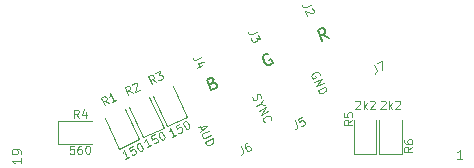
<source format=gbr>
%TF.GenerationSoftware,KiCad,Pcbnew,7.0.10*%
%TF.CreationDate,2024-02-23T21:50:14+01:00*%
%TF.ProjectId,ScartPCB,53636172-7450-4434-922e-6b696361645f,0*%
%TF.SameCoordinates,PX76bb820PY7641700*%
%TF.FileFunction,Legend,Top*%
%TF.FilePolarity,Positive*%
%FSLAX46Y46*%
G04 Gerber Fmt 4.6, Leading zero omitted, Abs format (unit mm)*
G04 Created by KiCad (PCBNEW 7.0.10) date 2024-02-23 21:50:14*
%MOMM*%
%LPD*%
G01*
G04 APERTURE LIST*
%ADD10C,0.100000*%
%ADD11C,0.150000*%
%ADD12C,0.120000*%
G04 APERTURE END LIST*
D10*
X38542571Y5271105D02*
X38085428Y5271105D01*
X38314000Y5271105D02*
X38314000Y6071105D01*
X38314000Y6071105D02*
X38237809Y5956820D01*
X38237809Y5956820D02*
X38161619Y5880629D01*
X38161619Y5880629D02*
X38085428Y5842534D01*
X1213895Y5356619D02*
X1213895Y4899476D01*
X1213895Y5128048D02*
X413895Y5128048D01*
X413895Y5128048D02*
X528180Y5051857D01*
X528180Y5051857D02*
X604371Y4975667D01*
X604371Y4975667D02*
X642466Y4899476D01*
X1213895Y5737572D02*
X1213895Y5889953D01*
X1213895Y5889953D02*
X1175800Y5966143D01*
X1175800Y5966143D02*
X1137704Y6004239D01*
X1137704Y6004239D02*
X1023419Y6080429D01*
X1023419Y6080429D02*
X871038Y6118524D01*
X871038Y6118524D02*
X566276Y6118524D01*
X566276Y6118524D02*
X490085Y6080429D01*
X490085Y6080429D02*
X451990Y6042334D01*
X451990Y6042334D02*
X413895Y5966143D01*
X413895Y5966143D02*
X413895Y5813762D01*
X413895Y5813762D02*
X451990Y5737572D01*
X451990Y5737572D02*
X490085Y5699477D01*
X490085Y5699477D02*
X566276Y5661381D01*
X566276Y5661381D02*
X756752Y5661381D01*
X756752Y5661381D02*
X832942Y5699477D01*
X832942Y5699477D02*
X871038Y5737572D01*
X871038Y5737572D02*
X909133Y5813762D01*
X909133Y5813762D02*
X909133Y5966143D01*
X909133Y5966143D02*
X871038Y6042334D01*
X871038Y6042334D02*
X832942Y6080429D01*
X832942Y6080429D02*
X756752Y6118524D01*
X25734024Y18327645D02*
X25280870Y18116336D01*
X25280870Y18116336D02*
X25176152Y18104284D01*
X25176152Y18104284D02*
X25087557Y18136530D01*
X25087557Y18136530D02*
X25015085Y18213074D01*
X25015085Y18213074D02*
X24986910Y18273494D01*
X25800389Y18027578D02*
X25844687Y18011455D01*
X25844687Y18011455D02*
X25903071Y17965122D01*
X25903071Y17965122D02*
X25973508Y17814071D01*
X25973508Y17814071D02*
X25971472Y17739563D01*
X25971472Y17739563D02*
X25955349Y17695265D01*
X25955349Y17695265D02*
X25909016Y17636881D01*
X25909016Y17636881D02*
X25848595Y17608706D01*
X25848595Y17608706D02*
X25743877Y17596654D01*
X25743877Y17596654D02*
X25212307Y17790130D01*
X25212307Y17790130D02*
X25395441Y17397397D01*
D11*
X27229738Y15514605D02*
X26726389Y15805307D01*
X26711848Y15273109D02*
X26289230Y16179417D01*
X26289230Y16179417D02*
X26634490Y16340414D01*
X26634490Y16340414D02*
X26740930Y16337506D01*
X26740930Y16337506D02*
X26804212Y16314473D01*
X26804212Y16314473D02*
X26887619Y16248283D01*
X26887619Y16248283D02*
X26947993Y16118810D01*
X26947993Y16118810D02*
X26945085Y16012370D01*
X26945085Y16012370D02*
X26922052Y15949088D01*
X26922052Y15949088D02*
X26855861Y15865681D01*
X26855861Y15865681D02*
X26510601Y15704684D01*
D10*
X34314633Y6281334D02*
X33981300Y6048001D01*
X34314633Y5881334D02*
X33614633Y5881334D01*
X33614633Y5881334D02*
X33614633Y6148001D01*
X33614633Y6148001D02*
X33647966Y6214667D01*
X33647966Y6214667D02*
X33681300Y6248001D01*
X33681300Y6248001D02*
X33747966Y6281334D01*
X33747966Y6281334D02*
X33847966Y6281334D01*
X33847966Y6281334D02*
X33914633Y6248001D01*
X33914633Y6248001D02*
X33947966Y6214667D01*
X33947966Y6214667D02*
X33981300Y6148001D01*
X33981300Y6148001D02*
X33981300Y5881334D01*
X33614633Y6881334D02*
X33614633Y6748001D01*
X33614633Y6748001D02*
X33647966Y6681334D01*
X33647966Y6681334D02*
X33681300Y6648001D01*
X33681300Y6648001D02*
X33781300Y6581334D01*
X33781300Y6581334D02*
X33914633Y6548001D01*
X33914633Y6548001D02*
X34181300Y6548001D01*
X34181300Y6548001D02*
X34247966Y6581334D01*
X34247966Y6581334D02*
X34281300Y6614667D01*
X34281300Y6614667D02*
X34314633Y6681334D01*
X34314633Y6681334D02*
X34314633Y6814667D01*
X34314633Y6814667D02*
X34281300Y6881334D01*
X34281300Y6881334D02*
X34247966Y6914667D01*
X34247966Y6914667D02*
X34181300Y6948001D01*
X34181300Y6948001D02*
X34014633Y6948001D01*
X34014633Y6948001D02*
X33947966Y6914667D01*
X33947966Y6914667D02*
X33914633Y6881334D01*
X33914633Y6881334D02*
X33881300Y6814667D01*
X33881300Y6814667D02*
X33881300Y6681334D01*
X33881300Y6681334D02*
X33914633Y6614667D01*
X33914633Y6614667D02*
X33947966Y6581334D01*
X33947966Y6581334D02*
X34014633Y6548001D01*
X31655333Y10141700D02*
X31688666Y10175034D01*
X31688666Y10175034D02*
X31755333Y10208367D01*
X31755333Y10208367D02*
X31922000Y10208367D01*
X31922000Y10208367D02*
X31988666Y10175034D01*
X31988666Y10175034D02*
X32022000Y10141700D01*
X32022000Y10141700D02*
X32055333Y10075034D01*
X32055333Y10075034D02*
X32055333Y10008367D01*
X32055333Y10008367D02*
X32022000Y9908367D01*
X32022000Y9908367D02*
X31622000Y9508367D01*
X31622000Y9508367D02*
X32055333Y9508367D01*
X32355333Y9508367D02*
X32355333Y10208367D01*
X32422000Y9775034D02*
X32622000Y9508367D01*
X32622000Y9975034D02*
X32355333Y9708367D01*
X32888667Y10141700D02*
X32922000Y10175034D01*
X32922000Y10175034D02*
X32988667Y10208367D01*
X32988667Y10208367D02*
X33155334Y10208367D01*
X33155334Y10208367D02*
X33222000Y10175034D01*
X33222000Y10175034D02*
X33255334Y10141700D01*
X33255334Y10141700D02*
X33288667Y10075034D01*
X33288667Y10075034D02*
X33288667Y10008367D01*
X33288667Y10008367D02*
X33255334Y9908367D01*
X33255334Y9908367D02*
X32855334Y9508367D01*
X32855334Y9508367D02*
X33288667Y9508367D01*
X24352355Y8550025D02*
X24563664Y8096871D01*
X24563664Y8096871D02*
X24575716Y7992153D01*
X24575716Y7992153D02*
X24543470Y7903558D01*
X24543470Y7903558D02*
X24466926Y7831086D01*
X24466926Y7831086D02*
X24406506Y7802911D01*
X24956560Y8831771D02*
X24654457Y8690898D01*
X24654457Y8690898D02*
X24765120Y8374708D01*
X24765120Y8374708D02*
X24781243Y8419005D01*
X24781243Y8419005D02*
X24827576Y8477390D01*
X24827576Y8477390D02*
X24978627Y8547827D01*
X24978627Y8547827D02*
X25053135Y8545791D01*
X25053135Y8545791D02*
X25097433Y8529668D01*
X25097433Y8529668D02*
X25155818Y8483335D01*
X25155818Y8483335D02*
X25226254Y8332283D01*
X25226254Y8332283D02*
X25224218Y8257776D01*
X25224218Y8257776D02*
X25208095Y8213478D01*
X25208095Y8213478D02*
X25161762Y8155093D01*
X25161762Y8155093D02*
X25010711Y8084657D01*
X25010711Y8084657D02*
X24936203Y8086693D01*
X24936203Y8086693D02*
X24891905Y8102816D01*
X20777244Y10555102D02*
X20789296Y10450384D01*
X20789296Y10450384D02*
X20859732Y10299333D01*
X20859732Y10299333D02*
X20918117Y10252999D01*
X20918117Y10252999D02*
X20962415Y10236876D01*
X20962415Y10236876D02*
X21036922Y10234841D01*
X21036922Y10234841D02*
X21097343Y10263015D01*
X21097343Y10263015D02*
X21143676Y10321400D01*
X21143676Y10321400D02*
X21159799Y10365698D01*
X21159799Y10365698D02*
X21161835Y10440205D01*
X21161835Y10440205D02*
X21135696Y10575134D01*
X21135696Y10575134D02*
X21137732Y10649641D01*
X21137732Y10649641D02*
X21153855Y10693939D01*
X21153855Y10693939D02*
X21200188Y10752324D01*
X21200188Y10752324D02*
X21260608Y10780498D01*
X21260608Y10780498D02*
X21335116Y10778463D01*
X21335116Y10778463D02*
X21379414Y10762340D01*
X21379414Y10762340D02*
X21437799Y10716006D01*
X21437799Y10716006D02*
X21508235Y10564955D01*
X21508235Y10564955D02*
X21520287Y10460237D01*
X21401319Y9926631D02*
X21099216Y9785758D01*
X21635021Y10293063D02*
X21401319Y9926631D01*
X21401319Y9926631D02*
X21832242Y9870119D01*
X21296438Y9362814D02*
X21930853Y9658647D01*
X21930853Y9658647D02*
X21465485Y9000291D01*
X21465485Y9000291D02*
X22099901Y9296124D01*
X21835826Y8363840D02*
X21791528Y8379963D01*
X21791528Y8379963D02*
X21719056Y8456507D01*
X21719056Y8456507D02*
X21690882Y8516927D01*
X21690882Y8516927D02*
X21678830Y8621645D01*
X21678830Y8621645D02*
X21711076Y8710240D01*
X21711076Y8710240D02*
X21757409Y8768625D01*
X21757409Y8768625D02*
X21864163Y8855185D01*
X21864163Y8855185D02*
X21954794Y8897446D01*
X21954794Y8897446D02*
X22089722Y8923585D01*
X22089722Y8923585D02*
X22164230Y8921550D01*
X22164230Y8921550D02*
X22252825Y8889304D01*
X22252825Y8889304D02*
X22325297Y8812760D01*
X22325297Y8812760D02*
X22353472Y8752340D01*
X22353472Y8752340D02*
X22365523Y8647622D01*
X22365523Y8647622D02*
X22349400Y8603324D01*
X29234633Y8567334D02*
X28901300Y8334001D01*
X29234633Y8167334D02*
X28534633Y8167334D01*
X28534633Y8167334D02*
X28534633Y8434001D01*
X28534633Y8434001D02*
X28567966Y8500667D01*
X28567966Y8500667D02*
X28601300Y8534001D01*
X28601300Y8534001D02*
X28667966Y8567334D01*
X28667966Y8567334D02*
X28767966Y8567334D01*
X28767966Y8567334D02*
X28834633Y8534001D01*
X28834633Y8534001D02*
X28867966Y8500667D01*
X28867966Y8500667D02*
X28901300Y8434001D01*
X28901300Y8434001D02*
X28901300Y8167334D01*
X28534633Y9200667D02*
X28534633Y8867334D01*
X28534633Y8867334D02*
X28867966Y8834001D01*
X28867966Y8834001D02*
X28834633Y8867334D01*
X28834633Y8867334D02*
X28801300Y8934001D01*
X28801300Y8934001D02*
X28801300Y9100667D01*
X28801300Y9100667D02*
X28834633Y9167334D01*
X28834633Y9167334D02*
X28867966Y9200667D01*
X28867966Y9200667D02*
X28934633Y9234001D01*
X28934633Y9234001D02*
X29101300Y9234001D01*
X29101300Y9234001D02*
X29167966Y9200667D01*
X29167966Y9200667D02*
X29201300Y9167334D01*
X29201300Y9167334D02*
X29234633Y9100667D01*
X29234633Y9100667D02*
X29234633Y8934001D01*
X29234633Y8934001D02*
X29201300Y8867334D01*
X29201300Y8867334D02*
X29167966Y8834001D01*
X29496333Y10141700D02*
X29529666Y10175034D01*
X29529666Y10175034D02*
X29596333Y10208367D01*
X29596333Y10208367D02*
X29763000Y10208367D01*
X29763000Y10208367D02*
X29829666Y10175034D01*
X29829666Y10175034D02*
X29863000Y10141700D01*
X29863000Y10141700D02*
X29896333Y10075034D01*
X29896333Y10075034D02*
X29896333Y10008367D01*
X29896333Y10008367D02*
X29863000Y9908367D01*
X29863000Y9908367D02*
X29463000Y9508367D01*
X29463000Y9508367D02*
X29896333Y9508367D01*
X30196333Y9508367D02*
X30196333Y10208367D01*
X30263000Y9775034D02*
X30463000Y9508367D01*
X30463000Y9975034D02*
X30196333Y9708367D01*
X30729667Y10141700D02*
X30763000Y10175034D01*
X30763000Y10175034D02*
X30829667Y10208367D01*
X30829667Y10208367D02*
X30996334Y10208367D01*
X30996334Y10208367D02*
X31063000Y10175034D01*
X31063000Y10175034D02*
X31096334Y10141700D01*
X31096334Y10141700D02*
X31129667Y10075034D01*
X31129667Y10075034D02*
X31129667Y10008367D01*
X31129667Y10008367D02*
X31096334Y9908367D01*
X31096334Y9908367D02*
X30696334Y9508367D01*
X30696334Y9508367D02*
X31129667Y9508367D01*
X21162024Y16041645D02*
X20708870Y15830336D01*
X20708870Y15830336D02*
X20604152Y15818284D01*
X20604152Y15818284D02*
X20515557Y15850530D01*
X20515557Y15850530D02*
X20443085Y15927074D01*
X20443085Y15927074D02*
X20414910Y15987494D01*
X21274722Y15799963D02*
X21457857Y15407230D01*
X21457857Y15407230D02*
X21117564Y15506003D01*
X21117564Y15506003D02*
X21159826Y15415373D01*
X21159826Y15415373D02*
X21157790Y15340865D01*
X21157790Y15340865D02*
X21141667Y15296567D01*
X21141667Y15296567D02*
X21095334Y15238182D01*
X21095334Y15238182D02*
X20944282Y15167746D01*
X20944282Y15167746D02*
X20869775Y15169782D01*
X20869775Y15169782D02*
X20825477Y15185905D01*
X20825477Y15185905D02*
X20767092Y15232238D01*
X20767092Y15232238D02*
X20682569Y15413499D01*
X20682569Y15413499D02*
X20684604Y15488007D01*
X20684604Y15488007D02*
X20700727Y15532305D01*
D11*
X22085087Y14198630D02*
X21978647Y14201539D01*
X21978647Y14201539D02*
X21849175Y14141165D01*
X21849175Y14141165D02*
X21739827Y14037633D01*
X21739827Y14037633D02*
X21693761Y13911069D01*
X21693761Y13911069D02*
X21690853Y13804629D01*
X21690853Y13804629D02*
X21728194Y13611874D01*
X21728194Y13611874D02*
X21788568Y13482402D01*
X21788568Y13482402D02*
X21912225Y13329896D01*
X21912225Y13329896D02*
X21995631Y13263706D01*
X21995631Y13263706D02*
X22122196Y13217640D01*
X22122196Y13217640D02*
X22271793Y13234857D01*
X22271793Y13234857D02*
X22358108Y13275106D01*
X22358108Y13275106D02*
X22467456Y13378638D01*
X22467456Y13378638D02*
X22490489Y13441920D01*
X22490489Y13441920D02*
X22349616Y13744022D01*
X22349616Y13744022D02*
X22176986Y13663524D01*
D10*
X10627372Y10869810D02*
X10275028Y11073302D01*
X10264849Y10700763D02*
X9969016Y11335178D01*
X9969016Y11335178D02*
X10210698Y11447877D01*
X10210698Y11447877D02*
X10285206Y11445841D01*
X10285206Y11445841D02*
X10329504Y11429718D01*
X10329504Y11429718D02*
X10387888Y11383385D01*
X10387888Y11383385D02*
X10430150Y11292754D01*
X10430150Y11292754D02*
X10428115Y11218246D01*
X10428115Y11218246D02*
X10411992Y11173949D01*
X10411992Y11173949D02*
X10365658Y11115564D01*
X10365658Y11115564D02*
X10123976Y11002866D01*
X10601396Y11556503D02*
X10617519Y11600801D01*
X10617519Y11600801D02*
X10663852Y11659186D01*
X10663852Y11659186D02*
X10814904Y11729622D01*
X10814904Y11729622D02*
X10889411Y11727586D01*
X10889411Y11727586D02*
X10933709Y11711463D01*
X10933709Y11711463D02*
X10992094Y11665130D01*
X10992094Y11665130D02*
X11020268Y11604710D01*
X11020268Y11604710D02*
X11032320Y11499992D01*
X11032320Y11499992D02*
X10838844Y10968421D01*
X10838844Y10968421D02*
X11231577Y11151556D01*
X12215164Y6452859D02*
X11852641Y6283811D01*
X12033903Y6368335D02*
X11738070Y7002751D01*
X11738070Y7002751D02*
X11719911Y6883945D01*
X11719911Y6883945D02*
X11687665Y6795350D01*
X11687665Y6795350D02*
X11641332Y6736965D01*
X12493327Y7354933D02*
X12191224Y7214060D01*
X12191224Y7214060D02*
X12301886Y6897870D01*
X12301886Y6897870D02*
X12318009Y6942168D01*
X12318009Y6942168D02*
X12364343Y7000552D01*
X12364343Y7000552D02*
X12515394Y7070989D01*
X12515394Y7070989D02*
X12589902Y7068953D01*
X12589902Y7068953D02*
X12634199Y7052830D01*
X12634199Y7052830D02*
X12692584Y7006497D01*
X12692584Y7006497D02*
X12763021Y6855445D01*
X12763021Y6855445D02*
X12760985Y6780938D01*
X12760985Y6780938D02*
X12744862Y6736640D01*
X12744862Y6736640D02*
X12698529Y6678255D01*
X12698529Y6678255D02*
X12547477Y6607819D01*
X12547477Y6607819D02*
X12472969Y6609855D01*
X12472969Y6609855D02*
X12428672Y6625978D01*
X12916271Y7552155D02*
X12976691Y7580329D01*
X12976691Y7580329D02*
X13051199Y7578293D01*
X13051199Y7578293D02*
X13095496Y7562170D01*
X13095496Y7562170D02*
X13153881Y7515837D01*
X13153881Y7515837D02*
X13240441Y7409083D01*
X13240441Y7409083D02*
X13310877Y7258032D01*
X13310877Y7258032D02*
X13337016Y7123104D01*
X13337016Y7123104D02*
X13334980Y7048596D01*
X13334980Y7048596D02*
X13318857Y7004299D01*
X13318857Y7004299D02*
X13272524Y6945914D01*
X13272524Y6945914D02*
X13212103Y6917739D01*
X13212103Y6917739D02*
X13137596Y6919775D01*
X13137596Y6919775D02*
X13093298Y6935898D01*
X13093298Y6935898D02*
X13034913Y6982231D01*
X13034913Y6982231D02*
X12948354Y7088985D01*
X12948354Y7088985D02*
X12877917Y7240036D01*
X12877917Y7240036D02*
X12851779Y7374964D01*
X12851779Y7374964D02*
X12853814Y7449472D01*
X12853814Y7449472D02*
X12869937Y7493770D01*
X12869937Y7493770D02*
X12916271Y7552155D01*
X19780355Y6391025D02*
X19991664Y5937871D01*
X19991664Y5937871D02*
X20003716Y5833153D01*
X20003716Y5833153D02*
X19971470Y5744558D01*
X19971470Y5744558D02*
X19894926Y5672086D01*
X19894926Y5672086D02*
X19834506Y5643911D01*
X20354350Y6658683D02*
X20233509Y6602334D01*
X20233509Y6602334D02*
X20187176Y6543949D01*
X20187176Y6543949D02*
X20171053Y6499652D01*
X20171053Y6499652D02*
X20152894Y6380846D01*
X20152894Y6380846D02*
X20179033Y6245918D01*
X20179033Y6245918D02*
X20291731Y6004236D01*
X20291731Y6004236D02*
X20350116Y5957903D01*
X20350116Y5957903D02*
X20394413Y5941780D01*
X20394413Y5941780D02*
X20468921Y5939744D01*
X20468921Y5939744D02*
X20589762Y5996093D01*
X20589762Y5996093D02*
X20636095Y6054478D01*
X20636095Y6054478D02*
X20652218Y6098776D01*
X20652218Y6098776D02*
X20654254Y6173283D01*
X20654254Y6173283D02*
X20583818Y6324335D01*
X20583818Y6324335D02*
X20525433Y6370668D01*
X20525433Y6370668D02*
X20481135Y6386791D01*
X20481135Y6386791D02*
X20406627Y6388827D01*
X20406627Y6388827D02*
X20285786Y6332478D01*
X20285786Y6332478D02*
X20239453Y6274093D01*
X20239453Y6274093D02*
X20223330Y6229795D01*
X20223330Y6229795D02*
X20221295Y6155287D01*
X16370169Y8037435D02*
X16511041Y7735333D01*
X16160733Y8013332D02*
X16893759Y8097693D01*
X16893759Y8097693D02*
X16357954Y7590388D01*
X17090981Y7674749D02*
X16577406Y7435266D01*
X16577406Y7435266D02*
X16531073Y7376881D01*
X16531073Y7376881D02*
X16514950Y7332583D01*
X16514950Y7332583D02*
X16512914Y7258076D01*
X16512914Y7258076D02*
X16569264Y7137235D01*
X16569264Y7137235D02*
X16627648Y7090901D01*
X16627648Y7090901D02*
X16671946Y7074778D01*
X16671946Y7074778D02*
X16746454Y7072743D01*
X16746454Y7072743D02*
X17260028Y7312226D01*
X16766485Y6714291D02*
X17400901Y7010124D01*
X17400901Y7010124D02*
X17471337Y6859073D01*
X17471337Y6859073D02*
X17483389Y6754355D01*
X17483389Y6754355D02*
X17451143Y6665760D01*
X17451143Y6665760D02*
X17404809Y6607375D01*
X17404809Y6607375D02*
X17298056Y6520815D01*
X17298056Y6520815D02*
X17207425Y6478554D01*
X17207425Y6478554D02*
X17072497Y6452415D01*
X17072497Y6452415D02*
X16997989Y6454450D01*
X16997989Y6454450D02*
X16909394Y6486696D01*
X16909394Y6486696D02*
X16836922Y6563240D01*
X16836922Y6563240D02*
X16766485Y6714291D01*
X16463024Y13882645D02*
X16009870Y13671336D01*
X16009870Y13671336D02*
X15905152Y13659284D01*
X15905152Y13659284D02*
X15816557Y13691530D01*
X15816557Y13691530D02*
X15744085Y13768074D01*
X15744085Y13768074D02*
X15715910Y13828494D01*
X16519210Y13210039D02*
X16096267Y13012817D01*
X16690456Y13473789D02*
X16166866Y13413531D01*
X16166866Y13413531D02*
X16350000Y13020798D01*
D11*
X17394579Y11697714D02*
X17544176Y11714931D01*
X17544176Y11714931D02*
X17607459Y11691898D01*
X17607459Y11691898D02*
X17690865Y11625707D01*
X17690865Y11625707D02*
X17751239Y11496235D01*
X17751239Y11496235D02*
X17748331Y11389795D01*
X17748331Y11389795D02*
X17725298Y11326513D01*
X17725298Y11326513D02*
X17659108Y11243106D01*
X17659108Y11243106D02*
X17313848Y11082109D01*
X17313848Y11082109D02*
X16891230Y11988417D01*
X16891230Y11988417D02*
X17193332Y12129289D01*
X17193332Y12129289D02*
X17299772Y12126381D01*
X17299772Y12126381D02*
X17363054Y12103348D01*
X17363054Y12103348D02*
X17446461Y12037158D01*
X17446461Y12037158D02*
X17486710Y11950843D01*
X17486710Y11950843D02*
X17483802Y11844403D01*
X17483802Y11844403D02*
X17460769Y11781121D01*
X17460769Y11781121D02*
X17394579Y11697714D01*
X17394579Y11697714D02*
X17092477Y11556841D01*
D10*
X8634194Y9996914D02*
X8281850Y10200406D01*
X8271671Y9827867D02*
X7975838Y10462282D01*
X7975838Y10462282D02*
X8217520Y10574981D01*
X8217520Y10574981D02*
X8292028Y10572945D01*
X8292028Y10572945D02*
X8336326Y10556822D01*
X8336326Y10556822D02*
X8394710Y10510489D01*
X8394710Y10510489D02*
X8436972Y10419858D01*
X8436972Y10419858D02*
X8434937Y10345350D01*
X8434937Y10345350D02*
X8418814Y10301053D01*
X8418814Y10301053D02*
X8372480Y10242668D01*
X8372480Y10242668D02*
X8130798Y10129970D01*
X9238399Y10278660D02*
X8875876Y10109613D01*
X9057138Y10194136D02*
X8761305Y10828552D01*
X8761305Y10828552D02*
X8743146Y10709746D01*
X8743146Y10709746D02*
X8710900Y10621151D01*
X8710900Y10621151D02*
X8664567Y10562766D01*
X10362348Y5483929D02*
X9999825Y5314881D01*
X10181087Y5399405D02*
X9885254Y6033821D01*
X9885254Y6033821D02*
X9867095Y5915015D01*
X9867095Y5915015D02*
X9834849Y5826420D01*
X9834849Y5826420D02*
X9788516Y5768035D01*
X10640511Y6386003D02*
X10338408Y6245130D01*
X10338408Y6245130D02*
X10449070Y5928940D01*
X10449070Y5928940D02*
X10465193Y5973238D01*
X10465193Y5973238D02*
X10511527Y6031622D01*
X10511527Y6031622D02*
X10662578Y6102059D01*
X10662578Y6102059D02*
X10737086Y6100023D01*
X10737086Y6100023D02*
X10781383Y6083900D01*
X10781383Y6083900D02*
X10839768Y6037567D01*
X10839768Y6037567D02*
X10910205Y5886515D01*
X10910205Y5886515D02*
X10908169Y5812008D01*
X10908169Y5812008D02*
X10892046Y5767710D01*
X10892046Y5767710D02*
X10845713Y5709325D01*
X10845713Y5709325D02*
X10694661Y5638889D01*
X10694661Y5638889D02*
X10620153Y5640925D01*
X10620153Y5640925D02*
X10575856Y5657048D01*
X11063455Y6583225D02*
X11123875Y6611399D01*
X11123875Y6611399D02*
X11198383Y6609363D01*
X11198383Y6609363D02*
X11242680Y6593240D01*
X11242680Y6593240D02*
X11301065Y6546907D01*
X11301065Y6546907D02*
X11387625Y6440153D01*
X11387625Y6440153D02*
X11458061Y6289102D01*
X11458061Y6289102D02*
X11484200Y6154174D01*
X11484200Y6154174D02*
X11482164Y6079666D01*
X11482164Y6079666D02*
X11466041Y6035369D01*
X11466041Y6035369D02*
X11419708Y5976984D01*
X11419708Y5976984D02*
X11359287Y5948809D01*
X11359287Y5948809D02*
X11284780Y5950845D01*
X11284780Y5950845D02*
X11240482Y5966968D01*
X11240482Y5966968D02*
X11182097Y6013301D01*
X11182097Y6013301D02*
X11095538Y6120055D01*
X11095538Y6120055D02*
X11025101Y6271106D01*
X11025101Y6271106D02*
X10998963Y6406034D01*
X10998963Y6406034D02*
X11000998Y6480542D01*
X11000998Y6480542D02*
X11017121Y6524840D01*
X11017121Y6524840D02*
X11063455Y6583225D01*
X31083355Y13249025D02*
X31294664Y12795871D01*
X31294664Y12795871D02*
X31306716Y12691153D01*
X31306716Y12691153D02*
X31274470Y12602558D01*
X31274470Y12602558D02*
X31197926Y12530086D01*
X31197926Y12530086D02*
X31137506Y12501911D01*
X31325037Y13361723D02*
X31747981Y13558945D01*
X31747981Y13558945D02*
X31771921Y12797744D01*
X26466029Y12362449D02*
X26468064Y12436957D01*
X26468064Y12436957D02*
X26425803Y12527588D01*
X26425803Y12527588D02*
X26353330Y12604131D01*
X26353330Y12604131D02*
X26264735Y12636377D01*
X26264735Y12636377D02*
X26190228Y12638413D01*
X26190228Y12638413D02*
X26055299Y12612274D01*
X26055299Y12612274D02*
X25964669Y12570012D01*
X25964669Y12570012D02*
X25857915Y12483453D01*
X25857915Y12483453D02*
X25811582Y12425068D01*
X25811582Y12425068D02*
X25779336Y12336473D01*
X25779336Y12336473D02*
X25791387Y12231755D01*
X25791387Y12231755D02*
X25819562Y12171335D01*
X25819562Y12171335D02*
X25892034Y12094791D01*
X25892034Y12094791D02*
X25936331Y12078668D01*
X25936331Y12078668D02*
X26147803Y12177279D01*
X26147803Y12177279D02*
X26091454Y12298120D01*
X26002696Y11778601D02*
X26637112Y12074434D01*
X26637112Y12074434D02*
X26171744Y11416078D01*
X26171744Y11416078D02*
X26806159Y11711911D01*
X26312616Y11113976D02*
X26947032Y11409809D01*
X26947032Y11409809D02*
X27017468Y11258757D01*
X27017468Y11258757D02*
X27029520Y11154039D01*
X27029520Y11154039D02*
X26997274Y11065444D01*
X26997274Y11065444D02*
X26950940Y11007059D01*
X26950940Y11007059D02*
X26844187Y10920500D01*
X26844187Y10920500D02*
X26753556Y10878238D01*
X26753556Y10878238D02*
X26618628Y10852099D01*
X26618628Y10852099D02*
X26544120Y10854135D01*
X26544120Y10854135D02*
X26455525Y10886381D01*
X26455525Y10886381D02*
X26383053Y10962924D01*
X26383053Y10962924D02*
X26312616Y11113976D01*
X6066333Y8746367D02*
X5833000Y9079700D01*
X5666333Y8746367D02*
X5666333Y9446367D01*
X5666333Y9446367D02*
X5933000Y9446367D01*
X5933000Y9446367D02*
X5999667Y9413034D01*
X5999667Y9413034D02*
X6033000Y9379700D01*
X6033000Y9379700D02*
X6066333Y9313034D01*
X6066333Y9313034D02*
X6066333Y9213034D01*
X6066333Y9213034D02*
X6033000Y9146367D01*
X6033000Y9146367D02*
X5999667Y9113034D01*
X5999667Y9113034D02*
X5933000Y9079700D01*
X5933000Y9079700D02*
X5666333Y9079700D01*
X6666333Y9213034D02*
X6666333Y8746367D01*
X6499667Y9479700D02*
X6333000Y8979700D01*
X6333000Y8979700D02*
X6766333Y8979700D01*
X5665000Y6398367D02*
X5331666Y6398367D01*
X5331666Y6398367D02*
X5298333Y6065034D01*
X5298333Y6065034D02*
X5331666Y6098367D01*
X5331666Y6098367D02*
X5398333Y6131700D01*
X5398333Y6131700D02*
X5565000Y6131700D01*
X5565000Y6131700D02*
X5631666Y6098367D01*
X5631666Y6098367D02*
X5665000Y6065034D01*
X5665000Y6065034D02*
X5698333Y5998367D01*
X5698333Y5998367D02*
X5698333Y5831700D01*
X5698333Y5831700D02*
X5665000Y5765034D01*
X5665000Y5765034D02*
X5631666Y5731700D01*
X5631666Y5731700D02*
X5565000Y5698367D01*
X5565000Y5698367D02*
X5398333Y5698367D01*
X5398333Y5698367D02*
X5331666Y5731700D01*
X5331666Y5731700D02*
X5298333Y5765034D01*
X6298333Y6398367D02*
X6165000Y6398367D01*
X6165000Y6398367D02*
X6098333Y6365034D01*
X6098333Y6365034D02*
X6065000Y6331700D01*
X6065000Y6331700D02*
X5998333Y6231700D01*
X5998333Y6231700D02*
X5965000Y6098367D01*
X5965000Y6098367D02*
X5965000Y5831700D01*
X5965000Y5831700D02*
X5998333Y5765034D01*
X5998333Y5765034D02*
X6031667Y5731700D01*
X6031667Y5731700D02*
X6098333Y5698367D01*
X6098333Y5698367D02*
X6231667Y5698367D01*
X6231667Y5698367D02*
X6298333Y5731700D01*
X6298333Y5731700D02*
X6331667Y5765034D01*
X6331667Y5765034D02*
X6365000Y5831700D01*
X6365000Y5831700D02*
X6365000Y5998367D01*
X6365000Y5998367D02*
X6331667Y6065034D01*
X6331667Y6065034D02*
X6298333Y6098367D01*
X6298333Y6098367D02*
X6231667Y6131700D01*
X6231667Y6131700D02*
X6098333Y6131700D01*
X6098333Y6131700D02*
X6031667Y6098367D01*
X6031667Y6098367D02*
X5998333Y6065034D01*
X5998333Y6065034D02*
X5965000Y5998367D01*
X6798334Y6398367D02*
X6865000Y6398367D01*
X6865000Y6398367D02*
X6931667Y6365034D01*
X6931667Y6365034D02*
X6965000Y6331700D01*
X6965000Y6331700D02*
X6998334Y6265034D01*
X6998334Y6265034D02*
X7031667Y6131700D01*
X7031667Y6131700D02*
X7031667Y5965034D01*
X7031667Y5965034D02*
X6998334Y5831700D01*
X6998334Y5831700D02*
X6965000Y5765034D01*
X6965000Y5765034D02*
X6931667Y5731700D01*
X6931667Y5731700D02*
X6865000Y5698367D01*
X6865000Y5698367D02*
X6798334Y5698367D01*
X6798334Y5698367D02*
X6731667Y5731700D01*
X6731667Y5731700D02*
X6698334Y5765034D01*
X6698334Y5765034D02*
X6665000Y5831700D01*
X6665000Y5831700D02*
X6631667Y5965034D01*
X6631667Y5965034D02*
X6631667Y6131700D01*
X6631667Y6131700D02*
X6665000Y6265034D01*
X6665000Y6265034D02*
X6698334Y6331700D01*
X6698334Y6331700D02*
X6731667Y6365034D01*
X6731667Y6365034D02*
X6798334Y6398367D01*
X12636740Y11805880D02*
X12284396Y12009372D01*
X12274217Y11636833D02*
X11978384Y12271248D01*
X11978384Y12271248D02*
X12220066Y12383947D01*
X12220066Y12383947D02*
X12294574Y12381911D01*
X12294574Y12381911D02*
X12338872Y12365788D01*
X12338872Y12365788D02*
X12397256Y12319455D01*
X12397256Y12319455D02*
X12439518Y12228824D01*
X12439518Y12228824D02*
X12437483Y12154316D01*
X12437483Y12154316D02*
X12421360Y12110019D01*
X12421360Y12110019D02*
X12375026Y12051634D01*
X12375026Y12051634D02*
X12133344Y11938936D01*
X12552379Y12538907D02*
X12945113Y12722041D01*
X12945113Y12722041D02*
X12846339Y12381748D01*
X12846339Y12381748D02*
X12936970Y12424010D01*
X12936970Y12424010D02*
X13011478Y12421974D01*
X13011478Y12421974D02*
X13055775Y12405851D01*
X13055775Y12405851D02*
X13114160Y12359518D01*
X13114160Y12359518D02*
X13184596Y12208467D01*
X13184596Y12208467D02*
X13182561Y12133959D01*
X13182561Y12133959D02*
X13166438Y12089662D01*
X13166438Y12089662D02*
X13120104Y12031277D01*
X13120104Y12031277D02*
X12938843Y11946753D01*
X12938843Y11946753D02*
X12864335Y11948789D01*
X12864335Y11948789D02*
X12820037Y11964912D01*
X14299348Y7339964D02*
X13936825Y7170916D01*
X14118087Y7255440D02*
X13822254Y7889856D01*
X13822254Y7889856D02*
X13804095Y7771050D01*
X13804095Y7771050D02*
X13771849Y7682455D01*
X13771849Y7682455D02*
X13725516Y7624070D01*
X14577511Y8242038D02*
X14275408Y8101165D01*
X14275408Y8101165D02*
X14386070Y7784975D01*
X14386070Y7784975D02*
X14402193Y7829273D01*
X14402193Y7829273D02*
X14448527Y7887657D01*
X14448527Y7887657D02*
X14599578Y7958094D01*
X14599578Y7958094D02*
X14674086Y7956058D01*
X14674086Y7956058D02*
X14718383Y7939935D01*
X14718383Y7939935D02*
X14776768Y7893602D01*
X14776768Y7893602D02*
X14847205Y7742550D01*
X14847205Y7742550D02*
X14845169Y7668043D01*
X14845169Y7668043D02*
X14829046Y7623745D01*
X14829046Y7623745D02*
X14782713Y7565360D01*
X14782713Y7565360D02*
X14631661Y7494924D01*
X14631661Y7494924D02*
X14557153Y7496960D01*
X14557153Y7496960D02*
X14512856Y7513083D01*
X15000455Y8439260D02*
X15060875Y8467434D01*
X15060875Y8467434D02*
X15135383Y8465398D01*
X15135383Y8465398D02*
X15179680Y8449275D01*
X15179680Y8449275D02*
X15238065Y8402942D01*
X15238065Y8402942D02*
X15324625Y8296188D01*
X15324625Y8296188D02*
X15395061Y8145137D01*
X15395061Y8145137D02*
X15421200Y8010209D01*
X15421200Y8010209D02*
X15419164Y7935701D01*
X15419164Y7935701D02*
X15403041Y7891404D01*
X15403041Y7891404D02*
X15356708Y7833019D01*
X15356708Y7833019D02*
X15296287Y7804844D01*
X15296287Y7804844D02*
X15221780Y7806880D01*
X15221780Y7806880D02*
X15177482Y7823003D01*
X15177482Y7823003D02*
X15119097Y7869336D01*
X15119097Y7869336D02*
X15032538Y7976090D01*
X15032538Y7976090D02*
X14962101Y8127141D01*
X14962101Y8127141D02*
X14935963Y8262069D01*
X14935963Y8262069D02*
X14937998Y8336577D01*
X14937998Y8336577D02*
X14954121Y8380875D01*
X14954121Y8380875D02*
X15000455Y8439260D01*
D12*
%TO.C,R6*%
X31512000Y5690000D02*
X33432000Y5690000D01*
X33432000Y5690000D02*
X33432000Y8550000D01*
X31512000Y8550000D02*
X31512000Y5690000D01*
%TO.C,R5*%
X29353000Y5690000D02*
X31273000Y5690000D01*
X31273000Y5690000D02*
X31273000Y8550000D01*
X29353000Y8550000D02*
X29353000Y5690000D01*
%TO.C,R2*%
X11530462Y7093449D02*
X13270573Y7904876D01*
X13270573Y7904876D02*
X12061885Y10496916D01*
X10321774Y9685489D02*
X11530462Y7093449D01*
%TO.C,R1*%
X9475830Y6124519D02*
X11215941Y6935946D01*
X11215941Y6935946D02*
X10007253Y9527986D01*
X8267142Y8716559D02*
X9475830Y6124519D01*
%TO.C,R4*%
X4314000Y8501000D02*
X4314000Y6581000D01*
X4314000Y6581000D02*
X7174000Y6581000D01*
X7174000Y8501000D02*
X4314000Y8501000D01*
%TO.C,R3*%
X13539830Y8029519D02*
X15279941Y8840946D01*
X15279941Y8840946D02*
X14071253Y11432986D01*
X12331142Y10621559D02*
X13539830Y8029519D01*
%TD*%
M02*

</source>
